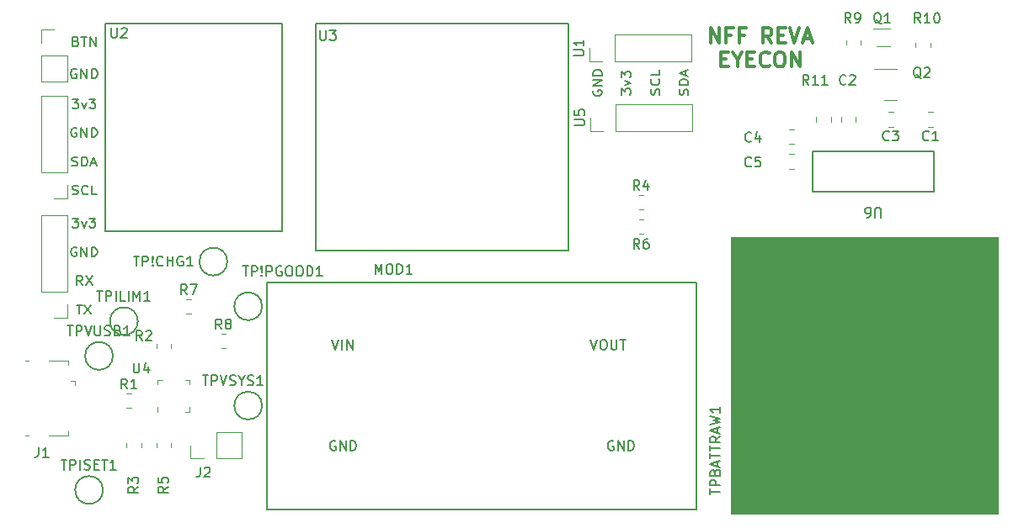
<source format=gbr>
%TF.GenerationSoftware,KiCad,Pcbnew,(6.0.4)*%
%TF.CreationDate,2022-11-18T09:58:05-05:00*%
%TF.ProjectId,NFFPCB,4e464650-4342-42e6-9b69-6361645f7063,rev?*%
%TF.SameCoordinates,Original*%
%TF.FileFunction,Legend,Top*%
%TF.FilePolarity,Positive*%
%FSLAX46Y46*%
G04 Gerber Fmt 4.6, Leading zero omitted, Abs format (unit mm)*
G04 Created by KiCad (PCBNEW (6.0.4)) date 2022-11-18 09:58:05*
%MOMM*%
%LPD*%
G01*
G04 APERTURE LIST*
%ADD10C,0.150000*%
%ADD11C,0.300000*%
%ADD12C,0.120000*%
G04 APERTURE END LIST*
D10*
X110203000Y-47261904D02*
X110160142Y-47357142D01*
X110160142Y-47500000D01*
X110203000Y-47642857D01*
X110288714Y-47738095D01*
X110374428Y-47785714D01*
X110545857Y-47833333D01*
X110674428Y-47833333D01*
X110845857Y-47785714D01*
X110931571Y-47738095D01*
X111017285Y-47642857D01*
X111060142Y-47500000D01*
X111060142Y-47404761D01*
X111017285Y-47261904D01*
X110974428Y-47214285D01*
X110674428Y-47214285D01*
X110674428Y-47404761D01*
X111060142Y-46785714D02*
X110160142Y-46785714D01*
X111060142Y-46214285D01*
X110160142Y-46214285D01*
X111060142Y-45738095D02*
X110160142Y-45738095D01*
X110160142Y-45500000D01*
X110203000Y-45357142D01*
X110288714Y-45261904D01*
X110374428Y-45214285D01*
X110545857Y-45166666D01*
X110674428Y-45166666D01*
X110845857Y-45214285D01*
X110931571Y-45261904D01*
X111017285Y-45357142D01*
X111060142Y-45500000D01*
X111060142Y-45738095D01*
X113058142Y-47690476D02*
X113058142Y-47071428D01*
X113401000Y-47404761D01*
X113401000Y-47261904D01*
X113443857Y-47166666D01*
X113486714Y-47119047D01*
X113572428Y-47071428D01*
X113786714Y-47071428D01*
X113872428Y-47119047D01*
X113915285Y-47166666D01*
X113958142Y-47261904D01*
X113958142Y-47547619D01*
X113915285Y-47642857D01*
X113872428Y-47690476D01*
X113358142Y-46738095D02*
X113958142Y-46500000D01*
X113358142Y-46261904D01*
X113058142Y-45976190D02*
X113058142Y-45357142D01*
X113401000Y-45690476D01*
X113401000Y-45547619D01*
X113443857Y-45452380D01*
X113486714Y-45404761D01*
X113572428Y-45357142D01*
X113786714Y-45357142D01*
X113872428Y-45404761D01*
X113915285Y-45452380D01*
X113958142Y-45547619D01*
X113958142Y-45833333D01*
X113915285Y-45928571D01*
X113872428Y-45976190D01*
X116813285Y-47690476D02*
X116856142Y-47547619D01*
X116856142Y-47309523D01*
X116813285Y-47214285D01*
X116770428Y-47166666D01*
X116684714Y-47119047D01*
X116599000Y-47119047D01*
X116513285Y-47166666D01*
X116470428Y-47214285D01*
X116427571Y-47309523D01*
X116384714Y-47500000D01*
X116341857Y-47595238D01*
X116299000Y-47642857D01*
X116213285Y-47690476D01*
X116127571Y-47690476D01*
X116041857Y-47642857D01*
X115999000Y-47595238D01*
X115956142Y-47500000D01*
X115956142Y-47261904D01*
X115999000Y-47119047D01*
X116770428Y-46119047D02*
X116813285Y-46166666D01*
X116856142Y-46309523D01*
X116856142Y-46404761D01*
X116813285Y-46547619D01*
X116727571Y-46642857D01*
X116641857Y-46690476D01*
X116470428Y-46738095D01*
X116341857Y-46738095D01*
X116170428Y-46690476D01*
X116084714Y-46642857D01*
X115999000Y-46547619D01*
X115956142Y-46404761D01*
X115956142Y-46309523D01*
X115999000Y-46166666D01*
X116041857Y-46119047D01*
X116856142Y-45214285D02*
X116856142Y-45690476D01*
X115956142Y-45690476D01*
X119711285Y-47714285D02*
X119754142Y-47571428D01*
X119754142Y-47333333D01*
X119711285Y-47238095D01*
X119668428Y-47190476D01*
X119582714Y-47142857D01*
X119497000Y-47142857D01*
X119411285Y-47190476D01*
X119368428Y-47238095D01*
X119325571Y-47333333D01*
X119282714Y-47523809D01*
X119239857Y-47619047D01*
X119197000Y-47666666D01*
X119111285Y-47714285D01*
X119025571Y-47714285D01*
X118939857Y-47666666D01*
X118897000Y-47619047D01*
X118854142Y-47523809D01*
X118854142Y-47285714D01*
X118897000Y-47142857D01*
X119754142Y-46714285D02*
X118854142Y-46714285D01*
X118854142Y-46476190D01*
X118897000Y-46333333D01*
X118982714Y-46238095D01*
X119068428Y-46190476D01*
X119239857Y-46142857D01*
X119368428Y-46142857D01*
X119539857Y-46190476D01*
X119625571Y-46238095D01*
X119711285Y-46333333D01*
X119754142Y-46476190D01*
X119754142Y-46714285D01*
X119497000Y-45761904D02*
X119497000Y-45285714D01*
X119754142Y-45857142D02*
X118854142Y-45523809D01*
X119754142Y-45190476D01*
X57809523Y-48160142D02*
X58428571Y-48160142D01*
X58095238Y-48503000D01*
X58238095Y-48503000D01*
X58333333Y-48545857D01*
X58380952Y-48588714D01*
X58428571Y-48674428D01*
X58428571Y-48888714D01*
X58380952Y-48974428D01*
X58333333Y-49017285D01*
X58238095Y-49060142D01*
X57952380Y-49060142D01*
X57857142Y-49017285D01*
X57809523Y-48974428D01*
X58761904Y-48460142D02*
X59000000Y-49060142D01*
X59238095Y-48460142D01*
X59523809Y-48160142D02*
X60142857Y-48160142D01*
X59809523Y-48503000D01*
X59952380Y-48503000D01*
X60047619Y-48545857D01*
X60095238Y-48588714D01*
X60142857Y-48674428D01*
X60142857Y-48888714D01*
X60095238Y-48974428D01*
X60047619Y-49017285D01*
X59952380Y-49060142D01*
X59666666Y-49060142D01*
X59571428Y-49017285D01*
X59523809Y-48974428D01*
X58238095Y-51101000D02*
X58142857Y-51058142D01*
X58000000Y-51058142D01*
X57857142Y-51101000D01*
X57761904Y-51186714D01*
X57714285Y-51272428D01*
X57666666Y-51443857D01*
X57666666Y-51572428D01*
X57714285Y-51743857D01*
X57761904Y-51829571D01*
X57857142Y-51915285D01*
X58000000Y-51958142D01*
X58095238Y-51958142D01*
X58238095Y-51915285D01*
X58285714Y-51872428D01*
X58285714Y-51572428D01*
X58095238Y-51572428D01*
X58714285Y-51958142D02*
X58714285Y-51058142D01*
X59285714Y-51958142D01*
X59285714Y-51058142D01*
X59761904Y-51958142D02*
X59761904Y-51058142D01*
X60000000Y-51058142D01*
X60142857Y-51101000D01*
X60238095Y-51186714D01*
X60285714Y-51272428D01*
X60333333Y-51443857D01*
X60333333Y-51572428D01*
X60285714Y-51743857D01*
X60238095Y-51829571D01*
X60142857Y-51915285D01*
X60000000Y-51958142D01*
X59761904Y-51958142D01*
X57785714Y-54813285D02*
X57928571Y-54856142D01*
X58166666Y-54856142D01*
X58261904Y-54813285D01*
X58309523Y-54770428D01*
X58357142Y-54684714D01*
X58357142Y-54599000D01*
X58309523Y-54513285D01*
X58261904Y-54470428D01*
X58166666Y-54427571D01*
X57976190Y-54384714D01*
X57880952Y-54341857D01*
X57833333Y-54299000D01*
X57785714Y-54213285D01*
X57785714Y-54127571D01*
X57833333Y-54041857D01*
X57880952Y-53999000D01*
X57976190Y-53956142D01*
X58214285Y-53956142D01*
X58357142Y-53999000D01*
X58785714Y-54856142D02*
X58785714Y-53956142D01*
X59023809Y-53956142D01*
X59166666Y-53999000D01*
X59261904Y-54084714D01*
X59309523Y-54170428D01*
X59357142Y-54341857D01*
X59357142Y-54470428D01*
X59309523Y-54641857D01*
X59261904Y-54727571D01*
X59166666Y-54813285D01*
X59023809Y-54856142D01*
X58785714Y-54856142D01*
X59738095Y-54599000D02*
X60214285Y-54599000D01*
X59642857Y-54856142D02*
X59976190Y-53956142D01*
X60309523Y-54856142D01*
X57809523Y-57711285D02*
X57952380Y-57754142D01*
X58190476Y-57754142D01*
X58285714Y-57711285D01*
X58333333Y-57668428D01*
X58380952Y-57582714D01*
X58380952Y-57497000D01*
X58333333Y-57411285D01*
X58285714Y-57368428D01*
X58190476Y-57325571D01*
X58000000Y-57282714D01*
X57904761Y-57239857D01*
X57857142Y-57197000D01*
X57809523Y-57111285D01*
X57809523Y-57025571D01*
X57857142Y-56939857D01*
X57904761Y-56897000D01*
X58000000Y-56854142D01*
X58238095Y-56854142D01*
X58380952Y-56897000D01*
X59380952Y-57668428D02*
X59333333Y-57711285D01*
X59190476Y-57754142D01*
X59095238Y-57754142D01*
X58952380Y-57711285D01*
X58857142Y-57625571D01*
X58809523Y-57539857D01*
X58761904Y-57368428D01*
X58761904Y-57239857D01*
X58809523Y-57068428D01*
X58857142Y-56982714D01*
X58952380Y-56897000D01*
X59095238Y-56854142D01*
X59190476Y-56854142D01*
X59333333Y-56897000D01*
X59380952Y-56939857D01*
X60285714Y-57754142D02*
X59809523Y-57754142D01*
X59809523Y-56854142D01*
X58166666Y-42318571D02*
X58309523Y-42366190D01*
X58357142Y-42413809D01*
X58404761Y-42509047D01*
X58404761Y-42651904D01*
X58357142Y-42747142D01*
X58309523Y-42794761D01*
X58214285Y-42842380D01*
X57833333Y-42842380D01*
X57833333Y-41842380D01*
X58166666Y-41842380D01*
X58261904Y-41890000D01*
X58309523Y-41937619D01*
X58357142Y-42032857D01*
X58357142Y-42128095D01*
X58309523Y-42223333D01*
X58261904Y-42270952D01*
X58166666Y-42318571D01*
X57833333Y-42318571D01*
X58690476Y-41842380D02*
X59261904Y-41842380D01*
X58976190Y-42842380D02*
X58976190Y-41842380D01*
X59595238Y-42842380D02*
X59595238Y-41842380D01*
X60166666Y-42842380D01*
X60166666Y-41842380D01*
X58238095Y-45110000D02*
X58142857Y-45062380D01*
X58000000Y-45062380D01*
X57857142Y-45110000D01*
X57761904Y-45205238D01*
X57714285Y-45300476D01*
X57666666Y-45490952D01*
X57666666Y-45633809D01*
X57714285Y-45824285D01*
X57761904Y-45919523D01*
X57857142Y-46014761D01*
X58000000Y-46062380D01*
X58095238Y-46062380D01*
X58238095Y-46014761D01*
X58285714Y-45967142D01*
X58285714Y-45633809D01*
X58095238Y-45633809D01*
X58714285Y-46062380D02*
X58714285Y-45062380D01*
X59285714Y-46062380D01*
X59285714Y-45062380D01*
X59761904Y-46062380D02*
X59761904Y-45062380D01*
X60000000Y-45062380D01*
X60142857Y-45110000D01*
X60238095Y-45205238D01*
X60285714Y-45300476D01*
X60333333Y-45490952D01*
X60333333Y-45633809D01*
X60285714Y-45824285D01*
X60238095Y-45919523D01*
X60142857Y-46014761D01*
X60000000Y-46062380D01*
X59761904Y-46062380D01*
X57809523Y-60160142D02*
X58428571Y-60160142D01*
X58095238Y-60503000D01*
X58238095Y-60503000D01*
X58333333Y-60545857D01*
X58380952Y-60588714D01*
X58428571Y-60674428D01*
X58428571Y-60888714D01*
X58380952Y-60974428D01*
X58333333Y-61017285D01*
X58238095Y-61060142D01*
X57952380Y-61060142D01*
X57857142Y-61017285D01*
X57809523Y-60974428D01*
X58761904Y-60460142D02*
X59000000Y-61060142D01*
X59238095Y-60460142D01*
X59523809Y-60160142D02*
X60142857Y-60160142D01*
X59809523Y-60503000D01*
X59952380Y-60503000D01*
X60047619Y-60545857D01*
X60095238Y-60588714D01*
X60142857Y-60674428D01*
X60142857Y-60888714D01*
X60095238Y-60974428D01*
X60047619Y-61017285D01*
X59952380Y-61060142D01*
X59666666Y-61060142D01*
X59571428Y-61017285D01*
X59523809Y-60974428D01*
X58238095Y-63101000D02*
X58142857Y-63058142D01*
X58000000Y-63058142D01*
X57857142Y-63101000D01*
X57761904Y-63186714D01*
X57714285Y-63272428D01*
X57666666Y-63443857D01*
X57666666Y-63572428D01*
X57714285Y-63743857D01*
X57761904Y-63829571D01*
X57857142Y-63915285D01*
X58000000Y-63958142D01*
X58095238Y-63958142D01*
X58238095Y-63915285D01*
X58285714Y-63872428D01*
X58285714Y-63572428D01*
X58095238Y-63572428D01*
X58714285Y-63958142D02*
X58714285Y-63058142D01*
X59285714Y-63958142D01*
X59285714Y-63058142D01*
X59761904Y-63958142D02*
X59761904Y-63058142D01*
X60000000Y-63058142D01*
X60142857Y-63101000D01*
X60238095Y-63186714D01*
X60285714Y-63272428D01*
X60333333Y-63443857D01*
X60333333Y-63572428D01*
X60285714Y-63743857D01*
X60238095Y-63829571D01*
X60142857Y-63915285D01*
X60000000Y-63958142D01*
X59761904Y-63958142D01*
X58833333Y-66856142D02*
X58500000Y-66427571D01*
X58261904Y-66856142D02*
X58261904Y-65956142D01*
X58642857Y-65956142D01*
X58738095Y-65999000D01*
X58785714Y-66041857D01*
X58833333Y-66127571D01*
X58833333Y-66256142D01*
X58785714Y-66341857D01*
X58738095Y-66384714D01*
X58642857Y-66427571D01*
X58261904Y-66427571D01*
X59166666Y-65956142D02*
X59833333Y-66856142D01*
X59833333Y-65956142D02*
X59166666Y-66856142D01*
X58238095Y-68854142D02*
X58809523Y-68854142D01*
X58523809Y-69754142D02*
X58523809Y-68854142D01*
X59047619Y-68854142D02*
X59714285Y-69754142D01*
X59714285Y-68854142D02*
X59047619Y-69754142D01*
D11*
X122000000Y-42471071D02*
X122000000Y-40971071D01*
X122857142Y-42471071D01*
X122857142Y-40971071D01*
X124071428Y-41685357D02*
X123571428Y-41685357D01*
X123571428Y-42471071D02*
X123571428Y-40971071D01*
X124285714Y-40971071D01*
X125357142Y-41685357D02*
X124857142Y-41685357D01*
X124857142Y-42471071D02*
X124857142Y-40971071D01*
X125571428Y-40971071D01*
X128142857Y-42471071D02*
X127642857Y-41756785D01*
X127285714Y-42471071D02*
X127285714Y-40971071D01*
X127857142Y-40971071D01*
X128000000Y-41042500D01*
X128071428Y-41113928D01*
X128142857Y-41256785D01*
X128142857Y-41471071D01*
X128071428Y-41613928D01*
X128000000Y-41685357D01*
X127857142Y-41756785D01*
X127285714Y-41756785D01*
X128785714Y-41685357D02*
X129285714Y-41685357D01*
X129500000Y-42471071D02*
X128785714Y-42471071D01*
X128785714Y-40971071D01*
X129500000Y-40971071D01*
X129928571Y-40971071D02*
X130428571Y-42471071D01*
X130928571Y-40971071D01*
X131357142Y-42042500D02*
X132071428Y-42042500D01*
X131214285Y-42471071D02*
X131714285Y-40971071D01*
X132214285Y-42471071D01*
X123035714Y-44100357D02*
X123535714Y-44100357D01*
X123750000Y-44886071D02*
X123035714Y-44886071D01*
X123035714Y-43386071D01*
X123750000Y-43386071D01*
X124678571Y-44171785D02*
X124678571Y-44886071D01*
X124178571Y-43386071D02*
X124678571Y-44171785D01*
X125178571Y-43386071D01*
X125678571Y-44100357D02*
X126178571Y-44100357D01*
X126392857Y-44886071D02*
X125678571Y-44886071D01*
X125678571Y-43386071D01*
X126392857Y-43386071D01*
X127892857Y-44743214D02*
X127821428Y-44814642D01*
X127607142Y-44886071D01*
X127464285Y-44886071D01*
X127250000Y-44814642D01*
X127107142Y-44671785D01*
X127035714Y-44528928D01*
X126964285Y-44243214D01*
X126964285Y-44028928D01*
X127035714Y-43743214D01*
X127107142Y-43600357D01*
X127250000Y-43457500D01*
X127464285Y-43386071D01*
X127607142Y-43386071D01*
X127821428Y-43457500D01*
X127892857Y-43528928D01*
X128821428Y-43386071D02*
X129107142Y-43386071D01*
X129250000Y-43457500D01*
X129392857Y-43600357D01*
X129464285Y-43886071D01*
X129464285Y-44386071D01*
X129392857Y-44671785D01*
X129250000Y-44814642D01*
X129107142Y-44886071D01*
X128821428Y-44886071D01*
X128678571Y-44814642D01*
X128535714Y-44671785D01*
X128464285Y-44386071D01*
X128464285Y-43886071D01*
X128535714Y-43600357D01*
X128678571Y-43457500D01*
X128821428Y-43386071D01*
X130107142Y-44886071D02*
X130107142Y-43386071D01*
X130964285Y-44886071D01*
X130964285Y-43386071D01*
D10*
%TO.C,TPVUSB1*%
X57309523Y-70952380D02*
X57880952Y-70952380D01*
X57595238Y-71952380D02*
X57595238Y-70952380D01*
X58214285Y-71952380D02*
X58214285Y-70952380D01*
X58595238Y-70952380D01*
X58690476Y-71000000D01*
X58738095Y-71047619D01*
X58785714Y-71142857D01*
X58785714Y-71285714D01*
X58738095Y-71380952D01*
X58690476Y-71428571D01*
X58595238Y-71476190D01*
X58214285Y-71476190D01*
X59071428Y-70952380D02*
X59404761Y-71952380D01*
X59738095Y-70952380D01*
X60071428Y-70952380D02*
X60071428Y-71761904D01*
X60119047Y-71857142D01*
X60166666Y-71904761D01*
X60261904Y-71952380D01*
X60452380Y-71952380D01*
X60547619Y-71904761D01*
X60595238Y-71857142D01*
X60642857Y-71761904D01*
X60642857Y-70952380D01*
X61071428Y-71904761D02*
X61214285Y-71952380D01*
X61452380Y-71952380D01*
X61547619Y-71904761D01*
X61595238Y-71857142D01*
X61642857Y-71761904D01*
X61642857Y-71666666D01*
X61595238Y-71571428D01*
X61547619Y-71523809D01*
X61452380Y-71476190D01*
X61261904Y-71428571D01*
X61166666Y-71380952D01*
X61119047Y-71333333D01*
X61071428Y-71238095D01*
X61071428Y-71142857D01*
X61119047Y-71047619D01*
X61166666Y-71000000D01*
X61261904Y-70952380D01*
X61500000Y-70952380D01*
X61642857Y-71000000D01*
X62404761Y-71428571D02*
X62547619Y-71476190D01*
X62595238Y-71523809D01*
X62642857Y-71619047D01*
X62642857Y-71761904D01*
X62595238Y-71857142D01*
X62547619Y-71904761D01*
X62452380Y-71952380D01*
X62071428Y-71952380D01*
X62071428Y-70952380D01*
X62404761Y-70952380D01*
X62500000Y-71000000D01*
X62547619Y-71047619D01*
X62595238Y-71142857D01*
X62595238Y-71238095D01*
X62547619Y-71333333D01*
X62500000Y-71380952D01*
X62404761Y-71428571D01*
X62071428Y-71428571D01*
X63595238Y-71952380D02*
X63023809Y-71952380D01*
X63309523Y-71952380D02*
X63309523Y-70952380D01*
X63214285Y-71095238D01*
X63119047Y-71190476D01*
X63023809Y-71238095D01*
%TO.C,TPVSYS1*%
X70928571Y-75952380D02*
X71500000Y-75952380D01*
X71214285Y-76952380D02*
X71214285Y-75952380D01*
X71833333Y-76952380D02*
X71833333Y-75952380D01*
X72214285Y-75952380D01*
X72309523Y-76000000D01*
X72357142Y-76047619D01*
X72404761Y-76142857D01*
X72404761Y-76285714D01*
X72357142Y-76380952D01*
X72309523Y-76428571D01*
X72214285Y-76476190D01*
X71833333Y-76476190D01*
X72690476Y-75952380D02*
X73023809Y-76952380D01*
X73357142Y-75952380D01*
X73642857Y-76904761D02*
X73785714Y-76952380D01*
X74023809Y-76952380D01*
X74119047Y-76904761D01*
X74166666Y-76857142D01*
X74214285Y-76761904D01*
X74214285Y-76666666D01*
X74166666Y-76571428D01*
X74119047Y-76523809D01*
X74023809Y-76476190D01*
X73833333Y-76428571D01*
X73738095Y-76380952D01*
X73690476Y-76333333D01*
X73642857Y-76238095D01*
X73642857Y-76142857D01*
X73690476Y-76047619D01*
X73738095Y-76000000D01*
X73833333Y-75952380D01*
X74071428Y-75952380D01*
X74214285Y-76000000D01*
X74833333Y-76476190D02*
X74833333Y-76952380D01*
X74500000Y-75952380D02*
X74833333Y-76476190D01*
X75166666Y-75952380D01*
X75452380Y-76904761D02*
X75595238Y-76952380D01*
X75833333Y-76952380D01*
X75928571Y-76904761D01*
X75976190Y-76857142D01*
X76023809Y-76761904D01*
X76023809Y-76666666D01*
X75976190Y-76571428D01*
X75928571Y-76523809D01*
X75833333Y-76476190D01*
X75642857Y-76428571D01*
X75547619Y-76380952D01*
X75500000Y-76333333D01*
X75452380Y-76238095D01*
X75452380Y-76142857D01*
X75500000Y-76047619D01*
X75547619Y-76000000D01*
X75642857Y-75952380D01*
X75880952Y-75952380D01*
X76023809Y-76000000D01*
X76976190Y-76952380D02*
X76404761Y-76952380D01*
X76690476Y-76952380D02*
X76690476Y-75952380D01*
X76595238Y-76095238D01*
X76500000Y-76190476D01*
X76404761Y-76238095D01*
%TO.C,TPISET1*%
X56690476Y-84452380D02*
X57261904Y-84452380D01*
X56976190Y-85452380D02*
X56976190Y-84452380D01*
X57595238Y-85452380D02*
X57595238Y-84452380D01*
X57976190Y-84452380D01*
X58071428Y-84500000D01*
X58119047Y-84547619D01*
X58166666Y-84642857D01*
X58166666Y-84785714D01*
X58119047Y-84880952D01*
X58071428Y-84928571D01*
X57976190Y-84976190D01*
X57595238Y-84976190D01*
X58595238Y-85452380D02*
X58595238Y-84452380D01*
X59023809Y-85404761D02*
X59166666Y-85452380D01*
X59404761Y-85452380D01*
X59500000Y-85404761D01*
X59547619Y-85357142D01*
X59595238Y-85261904D01*
X59595238Y-85166666D01*
X59547619Y-85071428D01*
X59500000Y-85023809D01*
X59404761Y-84976190D01*
X59214285Y-84928571D01*
X59119047Y-84880952D01*
X59071428Y-84833333D01*
X59023809Y-84738095D01*
X59023809Y-84642857D01*
X59071428Y-84547619D01*
X59119047Y-84500000D01*
X59214285Y-84452380D01*
X59452380Y-84452380D01*
X59595238Y-84500000D01*
X60023809Y-84928571D02*
X60357142Y-84928571D01*
X60500000Y-85452380D02*
X60023809Y-85452380D01*
X60023809Y-84452380D01*
X60500000Y-84452380D01*
X60785714Y-84452380D02*
X61357142Y-84452380D01*
X61071428Y-85452380D02*
X61071428Y-84452380D01*
X62214285Y-85452380D02*
X61642857Y-85452380D01*
X61928571Y-85452380D02*
X61928571Y-84452380D01*
X61833333Y-84595238D01*
X61738095Y-84690476D01*
X61642857Y-84738095D01*
%TO.C,TPILIM1*%
X60285714Y-67452380D02*
X60857142Y-67452380D01*
X60571428Y-68452380D02*
X60571428Y-67452380D01*
X61190476Y-68452380D02*
X61190476Y-67452380D01*
X61571428Y-67452380D01*
X61666666Y-67500000D01*
X61714285Y-67547619D01*
X61761904Y-67642857D01*
X61761904Y-67785714D01*
X61714285Y-67880952D01*
X61666666Y-67928571D01*
X61571428Y-67976190D01*
X61190476Y-67976190D01*
X62190476Y-68452380D02*
X62190476Y-67452380D01*
X63142857Y-68452380D02*
X62666666Y-68452380D01*
X62666666Y-67452380D01*
X63476190Y-68452380D02*
X63476190Y-67452380D01*
X63952380Y-68452380D02*
X63952380Y-67452380D01*
X64285714Y-68166666D01*
X64619047Y-67452380D01*
X64619047Y-68452380D01*
X65619047Y-68452380D02*
X65047619Y-68452380D01*
X65333333Y-68452380D02*
X65333333Y-67452380D01*
X65238095Y-67595238D01*
X65142857Y-67690476D01*
X65047619Y-67738095D01*
%TO.C,TPBATTRAW1*%
X121952380Y-87952380D02*
X121952380Y-87380952D01*
X122952380Y-87666666D02*
X121952380Y-87666666D01*
X122952380Y-87047619D02*
X121952380Y-87047619D01*
X121952380Y-86666666D01*
X122000000Y-86571428D01*
X122047619Y-86523809D01*
X122142857Y-86476190D01*
X122285714Y-86476190D01*
X122380952Y-86523809D01*
X122428571Y-86571428D01*
X122476190Y-86666666D01*
X122476190Y-87047619D01*
X122428571Y-85714285D02*
X122476190Y-85571428D01*
X122523809Y-85523809D01*
X122619047Y-85476190D01*
X122761904Y-85476190D01*
X122857142Y-85523809D01*
X122904761Y-85571428D01*
X122952380Y-85666666D01*
X122952380Y-86047619D01*
X121952380Y-86047619D01*
X121952380Y-85714285D01*
X122000000Y-85619047D01*
X122047619Y-85571428D01*
X122142857Y-85523809D01*
X122238095Y-85523809D01*
X122333333Y-85571428D01*
X122380952Y-85619047D01*
X122428571Y-85714285D01*
X122428571Y-86047619D01*
X122666666Y-85095238D02*
X122666666Y-84619047D01*
X122952380Y-85190476D02*
X121952380Y-84857142D01*
X122952380Y-84523809D01*
X121952380Y-84333333D02*
X121952380Y-83761904D01*
X122952380Y-84047619D02*
X121952380Y-84047619D01*
X121952380Y-83571428D02*
X121952380Y-83000000D01*
X122952380Y-83285714D02*
X121952380Y-83285714D01*
X122952380Y-82095238D02*
X122476190Y-82428571D01*
X122952380Y-82666666D02*
X121952380Y-82666666D01*
X121952380Y-82285714D01*
X122000000Y-82190476D01*
X122047619Y-82142857D01*
X122142857Y-82095238D01*
X122285714Y-82095238D01*
X122380952Y-82142857D01*
X122428571Y-82190476D01*
X122476190Y-82285714D01*
X122476190Y-82666666D01*
X122666666Y-81714285D02*
X122666666Y-81238095D01*
X122952380Y-81809523D02*
X121952380Y-81476190D01*
X122952380Y-81142857D01*
X121952380Y-80904761D02*
X122952380Y-80666666D01*
X122238095Y-80476190D01*
X122952380Y-80285714D01*
X121952380Y-80047619D01*
X122952380Y-79142857D02*
X122952380Y-79714285D01*
X122952380Y-79428571D02*
X121952380Y-79428571D01*
X122095238Y-79523809D01*
X122190476Y-79619047D01*
X122238095Y-79714285D01*
%TO.C,TP!PGOOD1*%
X74952380Y-64952380D02*
X75523809Y-64952380D01*
X75238095Y-65952380D02*
X75238095Y-64952380D01*
X75857142Y-65952380D02*
X75857142Y-64952380D01*
X76238095Y-64952380D01*
X76333333Y-65000000D01*
X76380952Y-65047619D01*
X76428571Y-65142857D01*
X76428571Y-65285714D01*
X76380952Y-65380952D01*
X76333333Y-65428571D01*
X76238095Y-65476190D01*
X75857142Y-65476190D01*
X76857142Y-65857142D02*
X76904761Y-65904761D01*
X76857142Y-65952380D01*
X76809523Y-65904761D01*
X76857142Y-65857142D01*
X76857142Y-65952380D01*
X76857142Y-65571428D02*
X76809523Y-65000000D01*
X76857142Y-64952380D01*
X76904761Y-65000000D01*
X76857142Y-65571428D01*
X76857142Y-64952380D01*
X77333333Y-65952380D02*
X77333333Y-64952380D01*
X77714285Y-64952380D01*
X77809523Y-65000000D01*
X77857142Y-65047619D01*
X77904761Y-65142857D01*
X77904761Y-65285714D01*
X77857142Y-65380952D01*
X77809523Y-65428571D01*
X77714285Y-65476190D01*
X77333333Y-65476190D01*
X78857142Y-65000000D02*
X78761904Y-64952380D01*
X78619047Y-64952380D01*
X78476190Y-65000000D01*
X78380952Y-65095238D01*
X78333333Y-65190476D01*
X78285714Y-65380952D01*
X78285714Y-65523809D01*
X78333333Y-65714285D01*
X78380952Y-65809523D01*
X78476190Y-65904761D01*
X78619047Y-65952380D01*
X78714285Y-65952380D01*
X78857142Y-65904761D01*
X78904761Y-65857142D01*
X78904761Y-65523809D01*
X78714285Y-65523809D01*
X79523809Y-64952380D02*
X79714285Y-64952380D01*
X79809523Y-65000000D01*
X79904761Y-65095238D01*
X79952380Y-65285714D01*
X79952380Y-65619047D01*
X79904761Y-65809523D01*
X79809523Y-65904761D01*
X79714285Y-65952380D01*
X79523809Y-65952380D01*
X79428571Y-65904761D01*
X79333333Y-65809523D01*
X79285714Y-65619047D01*
X79285714Y-65285714D01*
X79333333Y-65095238D01*
X79428571Y-65000000D01*
X79523809Y-64952380D01*
X80571428Y-64952380D02*
X80761904Y-64952380D01*
X80857142Y-65000000D01*
X80952380Y-65095238D01*
X81000000Y-65285714D01*
X81000000Y-65619047D01*
X80952380Y-65809523D01*
X80857142Y-65904761D01*
X80761904Y-65952380D01*
X80571428Y-65952380D01*
X80476190Y-65904761D01*
X80380952Y-65809523D01*
X80333333Y-65619047D01*
X80333333Y-65285714D01*
X80380952Y-65095238D01*
X80476190Y-65000000D01*
X80571428Y-64952380D01*
X81428571Y-65952380D02*
X81428571Y-64952380D01*
X81666666Y-64952380D01*
X81809523Y-65000000D01*
X81904761Y-65095238D01*
X81952380Y-65190476D01*
X82000000Y-65380952D01*
X82000000Y-65523809D01*
X81952380Y-65714285D01*
X81904761Y-65809523D01*
X81809523Y-65904761D01*
X81666666Y-65952380D01*
X81428571Y-65952380D01*
X82952380Y-65952380D02*
X82380952Y-65952380D01*
X82666666Y-65952380D02*
X82666666Y-64952380D01*
X82571428Y-65095238D01*
X82476190Y-65190476D01*
X82380952Y-65238095D01*
%TO.C,TP!CHG1*%
X63976190Y-63952380D02*
X64547619Y-63952380D01*
X64261904Y-64952380D02*
X64261904Y-63952380D01*
X64880952Y-64952380D02*
X64880952Y-63952380D01*
X65261904Y-63952380D01*
X65357142Y-64000000D01*
X65404761Y-64047619D01*
X65452380Y-64142857D01*
X65452380Y-64285714D01*
X65404761Y-64380952D01*
X65357142Y-64428571D01*
X65261904Y-64476190D01*
X64880952Y-64476190D01*
X65880952Y-64857142D02*
X65928571Y-64904761D01*
X65880952Y-64952380D01*
X65833333Y-64904761D01*
X65880952Y-64857142D01*
X65880952Y-64952380D01*
X65880952Y-64571428D02*
X65833333Y-64000000D01*
X65880952Y-63952380D01*
X65928571Y-64000000D01*
X65880952Y-64571428D01*
X65880952Y-63952380D01*
X66928571Y-64857142D02*
X66880952Y-64904761D01*
X66738095Y-64952380D01*
X66642857Y-64952380D01*
X66500000Y-64904761D01*
X66404761Y-64809523D01*
X66357142Y-64714285D01*
X66309523Y-64523809D01*
X66309523Y-64380952D01*
X66357142Y-64190476D01*
X66404761Y-64095238D01*
X66500000Y-64000000D01*
X66642857Y-63952380D01*
X66738095Y-63952380D01*
X66880952Y-64000000D01*
X66928571Y-64047619D01*
X67357142Y-64952380D02*
X67357142Y-63952380D01*
X67357142Y-64428571D02*
X67928571Y-64428571D01*
X67928571Y-64952380D02*
X67928571Y-63952380D01*
X68928571Y-64000000D02*
X68833333Y-63952380D01*
X68690476Y-63952380D01*
X68547619Y-64000000D01*
X68452380Y-64095238D01*
X68404761Y-64190476D01*
X68357142Y-64380952D01*
X68357142Y-64523809D01*
X68404761Y-64714285D01*
X68452380Y-64809523D01*
X68547619Y-64904761D01*
X68690476Y-64952380D01*
X68785714Y-64952380D01*
X68928571Y-64904761D01*
X68976190Y-64857142D01*
X68976190Y-64523809D01*
X68785714Y-64523809D01*
X69928571Y-64952380D02*
X69357142Y-64952380D01*
X69642857Y-64952380D02*
X69642857Y-63952380D01*
X69547619Y-64095238D01*
X69452380Y-64190476D01*
X69357142Y-64238095D01*
%TO.C,MOD1*%
X88276666Y-65752380D02*
X88276666Y-64752380D01*
X88610000Y-65466666D01*
X88943333Y-64752380D01*
X88943333Y-65752380D01*
X89610000Y-64752380D02*
X89800476Y-64752380D01*
X89895714Y-64800000D01*
X89990952Y-64895238D01*
X90038571Y-65085714D01*
X90038571Y-65419047D01*
X89990952Y-65609523D01*
X89895714Y-65704761D01*
X89800476Y-65752380D01*
X89610000Y-65752380D01*
X89514761Y-65704761D01*
X89419523Y-65609523D01*
X89371904Y-65419047D01*
X89371904Y-65085714D01*
X89419523Y-64895238D01*
X89514761Y-64800000D01*
X89610000Y-64752380D01*
X90467142Y-65752380D02*
X90467142Y-64752380D01*
X90705238Y-64752380D01*
X90848095Y-64800000D01*
X90943333Y-64895238D01*
X90990952Y-64990476D01*
X91038571Y-65180952D01*
X91038571Y-65323809D01*
X90990952Y-65514285D01*
X90943333Y-65609523D01*
X90848095Y-65704761D01*
X90705238Y-65752380D01*
X90467142Y-65752380D01*
X91990952Y-65752380D02*
X91419523Y-65752380D01*
X91705238Y-65752380D02*
X91705238Y-64752380D01*
X91610000Y-64895238D01*
X91514761Y-64990476D01*
X91419523Y-65038095D01*
X112208095Y-82580000D02*
X112112857Y-82532380D01*
X111970000Y-82532380D01*
X111827142Y-82580000D01*
X111731904Y-82675238D01*
X111684285Y-82770476D01*
X111636666Y-82960952D01*
X111636666Y-83103809D01*
X111684285Y-83294285D01*
X111731904Y-83389523D01*
X111827142Y-83484761D01*
X111970000Y-83532380D01*
X112065238Y-83532380D01*
X112208095Y-83484761D01*
X112255714Y-83437142D01*
X112255714Y-83103809D01*
X112065238Y-83103809D01*
X112684285Y-83532380D02*
X112684285Y-82532380D01*
X113255714Y-83532380D01*
X113255714Y-82532380D01*
X113731904Y-83532380D02*
X113731904Y-82532380D01*
X113970000Y-82532380D01*
X114112857Y-82580000D01*
X114208095Y-82675238D01*
X114255714Y-82770476D01*
X114303333Y-82960952D01*
X114303333Y-83103809D01*
X114255714Y-83294285D01*
X114208095Y-83389523D01*
X114112857Y-83484761D01*
X113970000Y-83532380D01*
X113731904Y-83532380D01*
X83934761Y-72372380D02*
X84268095Y-73372380D01*
X84601428Y-72372380D01*
X84934761Y-73372380D02*
X84934761Y-72372380D01*
X85410952Y-73372380D02*
X85410952Y-72372380D01*
X85982380Y-73372380D01*
X85982380Y-72372380D01*
X84268095Y-82580000D02*
X84172857Y-82532380D01*
X84030000Y-82532380D01*
X83887142Y-82580000D01*
X83791904Y-82675238D01*
X83744285Y-82770476D01*
X83696666Y-82960952D01*
X83696666Y-83103809D01*
X83744285Y-83294285D01*
X83791904Y-83389523D01*
X83887142Y-83484761D01*
X84030000Y-83532380D01*
X84125238Y-83532380D01*
X84268095Y-83484761D01*
X84315714Y-83437142D01*
X84315714Y-83103809D01*
X84125238Y-83103809D01*
X84744285Y-83532380D02*
X84744285Y-82532380D01*
X85315714Y-83532380D01*
X85315714Y-82532380D01*
X85791904Y-83532380D02*
X85791904Y-82532380D01*
X86030000Y-82532380D01*
X86172857Y-82580000D01*
X86268095Y-82675238D01*
X86315714Y-82770476D01*
X86363333Y-82960952D01*
X86363333Y-83103809D01*
X86315714Y-83294285D01*
X86268095Y-83389523D01*
X86172857Y-83484761D01*
X86030000Y-83532380D01*
X85791904Y-83532380D01*
X109938095Y-72372380D02*
X110271428Y-73372380D01*
X110604761Y-72372380D01*
X111128571Y-72372380D02*
X111319047Y-72372380D01*
X111414285Y-72420000D01*
X111509523Y-72515238D01*
X111557142Y-72705714D01*
X111557142Y-73039047D01*
X111509523Y-73229523D01*
X111414285Y-73324761D01*
X111319047Y-73372380D01*
X111128571Y-73372380D01*
X111033333Y-73324761D01*
X110938095Y-73229523D01*
X110890476Y-73039047D01*
X110890476Y-72705714D01*
X110938095Y-72515238D01*
X111033333Y-72420000D01*
X111128571Y-72372380D01*
X111985714Y-72372380D02*
X111985714Y-73181904D01*
X112033333Y-73277142D01*
X112080952Y-73324761D01*
X112176190Y-73372380D01*
X112366666Y-73372380D01*
X112461904Y-73324761D01*
X112509523Y-73277142D01*
X112557142Y-73181904D01*
X112557142Y-72372380D01*
X112890476Y-72372380D02*
X113461904Y-72372380D01*
X113176190Y-73372380D02*
X113176190Y-72372380D01*
%TO.C,U1*%
X108242380Y-43761904D02*
X109051904Y-43761904D01*
X109147142Y-43714285D01*
X109194761Y-43666666D01*
X109242380Y-43571428D01*
X109242380Y-43380952D01*
X109194761Y-43285714D01*
X109147142Y-43238095D01*
X109051904Y-43190476D01*
X108242380Y-43190476D01*
X109242380Y-42190476D02*
X109242380Y-42761904D01*
X109242380Y-42476190D02*
X108242380Y-42476190D01*
X108385238Y-42571428D01*
X108480476Y-42666666D01*
X108528095Y-42761904D01*
%TO.C,R8*%
X72833333Y-71302380D02*
X72500000Y-70826190D01*
X72261904Y-71302380D02*
X72261904Y-70302380D01*
X72642857Y-70302380D01*
X72738095Y-70350000D01*
X72785714Y-70397619D01*
X72833333Y-70492857D01*
X72833333Y-70635714D01*
X72785714Y-70730952D01*
X72738095Y-70778571D01*
X72642857Y-70826190D01*
X72261904Y-70826190D01*
X73404761Y-70730952D02*
X73309523Y-70683333D01*
X73261904Y-70635714D01*
X73214285Y-70540476D01*
X73214285Y-70492857D01*
X73261904Y-70397619D01*
X73309523Y-70350000D01*
X73404761Y-70302380D01*
X73595238Y-70302380D01*
X73690476Y-70350000D01*
X73738095Y-70397619D01*
X73785714Y-70492857D01*
X73785714Y-70540476D01*
X73738095Y-70635714D01*
X73690476Y-70683333D01*
X73595238Y-70730952D01*
X73404761Y-70730952D01*
X73309523Y-70778571D01*
X73261904Y-70826190D01*
X73214285Y-70921428D01*
X73214285Y-71111904D01*
X73261904Y-71207142D01*
X73309523Y-71254761D01*
X73404761Y-71302380D01*
X73595238Y-71302380D01*
X73690476Y-71254761D01*
X73738095Y-71207142D01*
X73785714Y-71111904D01*
X73785714Y-70921428D01*
X73738095Y-70826190D01*
X73690476Y-70778571D01*
X73595238Y-70730952D01*
%TO.C,U4*%
X63988095Y-74702380D02*
X63988095Y-75511904D01*
X64035714Y-75607142D01*
X64083333Y-75654761D01*
X64178571Y-75702380D01*
X64369047Y-75702380D01*
X64464285Y-75654761D01*
X64511904Y-75607142D01*
X64559523Y-75511904D01*
X64559523Y-74702380D01*
X65464285Y-75035714D02*
X65464285Y-75702380D01*
X65226190Y-74654761D02*
X64988095Y-75369047D01*
X65607142Y-75369047D01*
%TO.C,C1*%
X143933333Y-52228142D02*
X143885714Y-52275761D01*
X143742857Y-52323380D01*
X143647619Y-52323380D01*
X143504761Y-52275761D01*
X143409523Y-52180523D01*
X143361904Y-52085285D01*
X143314285Y-51894809D01*
X143314285Y-51751952D01*
X143361904Y-51561476D01*
X143409523Y-51466238D01*
X143504761Y-51371000D01*
X143647619Y-51323380D01*
X143742857Y-51323380D01*
X143885714Y-51371000D01*
X143933333Y-51418619D01*
X144885714Y-52323380D02*
X144314285Y-52323380D01*
X144600000Y-52323380D02*
X144600000Y-51323380D01*
X144504761Y-51466238D01*
X144409523Y-51561476D01*
X144314285Y-51609095D01*
%TO.C,C4*%
X126083333Y-52357142D02*
X126035714Y-52404761D01*
X125892857Y-52452380D01*
X125797619Y-52452380D01*
X125654761Y-52404761D01*
X125559523Y-52309523D01*
X125511904Y-52214285D01*
X125464285Y-52023809D01*
X125464285Y-51880952D01*
X125511904Y-51690476D01*
X125559523Y-51595238D01*
X125654761Y-51500000D01*
X125797619Y-51452380D01*
X125892857Y-51452380D01*
X126035714Y-51500000D01*
X126083333Y-51547619D01*
X126940476Y-51785714D02*
X126940476Y-52452380D01*
X126702380Y-51404761D02*
X126464285Y-52119047D01*
X127083333Y-52119047D01*
%TO.C,Q1*%
X139154761Y-40547619D02*
X139059523Y-40500000D01*
X138964285Y-40404761D01*
X138821428Y-40261904D01*
X138726190Y-40214285D01*
X138630952Y-40214285D01*
X138678571Y-40452380D02*
X138583333Y-40404761D01*
X138488095Y-40309523D01*
X138440476Y-40119047D01*
X138440476Y-39785714D01*
X138488095Y-39595238D01*
X138583333Y-39500000D01*
X138678571Y-39452380D01*
X138869047Y-39452380D01*
X138964285Y-39500000D01*
X139059523Y-39595238D01*
X139107142Y-39785714D01*
X139107142Y-40119047D01*
X139059523Y-40309523D01*
X138964285Y-40404761D01*
X138869047Y-40452380D01*
X138678571Y-40452380D01*
X140059523Y-40452380D02*
X139488095Y-40452380D01*
X139773809Y-40452380D02*
X139773809Y-39452380D01*
X139678571Y-39595238D01*
X139583333Y-39690476D01*
X139488095Y-39738095D01*
%TO.C,R7*%
X69333333Y-67802380D02*
X69000000Y-67326190D01*
X68761904Y-67802380D02*
X68761904Y-66802380D01*
X69142857Y-66802380D01*
X69238095Y-66850000D01*
X69285714Y-66897619D01*
X69333333Y-66992857D01*
X69333333Y-67135714D01*
X69285714Y-67230952D01*
X69238095Y-67278571D01*
X69142857Y-67326190D01*
X68761904Y-67326190D01*
X69666666Y-66802380D02*
X70333333Y-66802380D01*
X69904761Y-67802380D01*
%TO.C,J1*%
X54416666Y-83202380D02*
X54416666Y-83916666D01*
X54369047Y-84059523D01*
X54273809Y-84154761D01*
X54130952Y-84202380D01*
X54035714Y-84202380D01*
X55416666Y-84202380D02*
X54845238Y-84202380D01*
X55130952Y-84202380D02*
X55130952Y-83202380D01*
X55035714Y-83345238D01*
X54940476Y-83440476D01*
X54845238Y-83488095D01*
%TO.C,R10*%
X143107142Y-40452380D02*
X142773809Y-39976190D01*
X142535714Y-40452380D02*
X142535714Y-39452380D01*
X142916666Y-39452380D01*
X143011904Y-39500000D01*
X143059523Y-39547619D01*
X143107142Y-39642857D01*
X143107142Y-39785714D01*
X143059523Y-39880952D01*
X143011904Y-39928571D01*
X142916666Y-39976190D01*
X142535714Y-39976190D01*
X144059523Y-40452380D02*
X143488095Y-40452380D01*
X143773809Y-40452380D02*
X143773809Y-39452380D01*
X143678571Y-39595238D01*
X143583333Y-39690476D01*
X143488095Y-39738095D01*
X144678571Y-39452380D02*
X144773809Y-39452380D01*
X144869047Y-39500000D01*
X144916666Y-39547619D01*
X144964285Y-39642857D01*
X145011904Y-39833333D01*
X145011904Y-40071428D01*
X144964285Y-40261904D01*
X144916666Y-40357142D01*
X144869047Y-40404761D01*
X144773809Y-40452380D01*
X144678571Y-40452380D01*
X144583333Y-40404761D01*
X144535714Y-40357142D01*
X144488095Y-40261904D01*
X144440476Y-40071428D01*
X144440476Y-39833333D01*
X144488095Y-39642857D01*
X144535714Y-39547619D01*
X144583333Y-39500000D01*
X144678571Y-39452380D01*
%TO.C,C5*%
X126083333Y-54857142D02*
X126035714Y-54904761D01*
X125892857Y-54952380D01*
X125797619Y-54952380D01*
X125654761Y-54904761D01*
X125559523Y-54809523D01*
X125511904Y-54714285D01*
X125464285Y-54523809D01*
X125464285Y-54380952D01*
X125511904Y-54190476D01*
X125559523Y-54095238D01*
X125654761Y-54000000D01*
X125797619Y-53952380D01*
X125892857Y-53952380D01*
X126035714Y-54000000D01*
X126083333Y-54047619D01*
X126988095Y-53952380D02*
X126511904Y-53952380D01*
X126464285Y-54428571D01*
X126511904Y-54380952D01*
X126607142Y-54333333D01*
X126845238Y-54333333D01*
X126940476Y-54380952D01*
X126988095Y-54428571D01*
X127035714Y-54523809D01*
X127035714Y-54761904D01*
X126988095Y-54857142D01*
X126940476Y-54904761D01*
X126845238Y-54952380D01*
X126607142Y-54952380D01*
X126511904Y-54904761D01*
X126464285Y-54857142D01*
%TO.C,R1*%
X63333333Y-77302380D02*
X63000000Y-76826190D01*
X62761904Y-77302380D02*
X62761904Y-76302380D01*
X63142857Y-76302380D01*
X63238095Y-76350000D01*
X63285714Y-76397619D01*
X63333333Y-76492857D01*
X63333333Y-76635714D01*
X63285714Y-76730952D01*
X63238095Y-76778571D01*
X63142857Y-76826190D01*
X62761904Y-76826190D01*
X64285714Y-77302380D02*
X63714285Y-77302380D01*
X64000000Y-77302380D02*
X64000000Y-76302380D01*
X63904761Y-76445238D01*
X63809523Y-76540476D01*
X63714285Y-76588095D01*
%TO.C,R3*%
X64452380Y-87166666D02*
X63976190Y-87500000D01*
X64452380Y-87738095D02*
X63452380Y-87738095D01*
X63452380Y-87357142D01*
X63500000Y-87261904D01*
X63547619Y-87214285D01*
X63642857Y-87166666D01*
X63785714Y-87166666D01*
X63880952Y-87214285D01*
X63928571Y-87261904D01*
X63976190Y-87357142D01*
X63976190Y-87738095D01*
X63452380Y-86833333D02*
X63452380Y-86214285D01*
X63833333Y-86547619D01*
X63833333Y-86404761D01*
X63880952Y-86309523D01*
X63928571Y-86261904D01*
X64023809Y-86214285D01*
X64261904Y-86214285D01*
X64357142Y-86261904D01*
X64404761Y-86309523D01*
X64452380Y-86404761D01*
X64452380Y-86690476D01*
X64404761Y-86785714D01*
X64357142Y-86833333D01*
%TO.C,C2*%
X135583333Y-46607142D02*
X135535714Y-46654761D01*
X135392857Y-46702380D01*
X135297619Y-46702380D01*
X135154761Y-46654761D01*
X135059523Y-46559523D01*
X135011904Y-46464285D01*
X134964285Y-46273809D01*
X134964285Y-46130952D01*
X135011904Y-45940476D01*
X135059523Y-45845238D01*
X135154761Y-45750000D01*
X135297619Y-45702380D01*
X135392857Y-45702380D01*
X135535714Y-45750000D01*
X135583333Y-45797619D01*
X135964285Y-45797619D02*
X136011904Y-45750000D01*
X136107142Y-45702380D01*
X136345238Y-45702380D01*
X136440476Y-45750000D01*
X136488095Y-45797619D01*
X136535714Y-45892857D01*
X136535714Y-45988095D01*
X136488095Y-46130952D01*
X135916666Y-46702380D01*
X136535714Y-46702380D01*
%TO.C,U2*%
X61738095Y-40952380D02*
X61738095Y-41761904D01*
X61785714Y-41857142D01*
X61833333Y-41904761D01*
X61928571Y-41952380D01*
X62119047Y-41952380D01*
X62214285Y-41904761D01*
X62261904Y-41857142D01*
X62309523Y-41761904D01*
X62309523Y-40952380D01*
X62738095Y-41047619D02*
X62785714Y-41000000D01*
X62880952Y-40952380D01*
X63119047Y-40952380D01*
X63214285Y-41000000D01*
X63261904Y-41047619D01*
X63309523Y-41142857D01*
X63309523Y-41238095D01*
X63261904Y-41380952D01*
X62690476Y-41952380D01*
X63309523Y-41952380D01*
%TO.C,J2*%
X70666666Y-85202380D02*
X70666666Y-85916666D01*
X70619047Y-86059523D01*
X70523809Y-86154761D01*
X70380952Y-86202380D01*
X70285714Y-86202380D01*
X71095238Y-85297619D02*
X71142857Y-85250000D01*
X71238095Y-85202380D01*
X71476190Y-85202380D01*
X71571428Y-85250000D01*
X71619047Y-85297619D01*
X71666666Y-85392857D01*
X71666666Y-85488095D01*
X71619047Y-85630952D01*
X71047619Y-86202380D01*
X71666666Y-86202380D01*
%TO.C,R11*%
X131857142Y-46702380D02*
X131523809Y-46226190D01*
X131285714Y-46702380D02*
X131285714Y-45702380D01*
X131666666Y-45702380D01*
X131761904Y-45750000D01*
X131809523Y-45797619D01*
X131857142Y-45892857D01*
X131857142Y-46035714D01*
X131809523Y-46130952D01*
X131761904Y-46178571D01*
X131666666Y-46226190D01*
X131285714Y-46226190D01*
X132809523Y-46702380D02*
X132238095Y-46702380D01*
X132523809Y-46702380D02*
X132523809Y-45702380D01*
X132428571Y-45845238D01*
X132333333Y-45940476D01*
X132238095Y-45988095D01*
X133761904Y-46702380D02*
X133190476Y-46702380D01*
X133476190Y-46702380D02*
X133476190Y-45702380D01*
X133380952Y-45845238D01*
X133285714Y-45940476D01*
X133190476Y-45988095D01*
%TO.C,U6*%
X139111904Y-60052619D02*
X139111904Y-59243095D01*
X139064285Y-59147857D01*
X139016666Y-59100238D01*
X138921428Y-59052619D01*
X138730952Y-59052619D01*
X138635714Y-59100238D01*
X138588095Y-59147857D01*
X138540476Y-59243095D01*
X138540476Y-60052619D01*
X137635714Y-60052619D02*
X137826190Y-60052619D01*
X137921428Y-60005000D01*
X137969047Y-59957380D01*
X138064285Y-59814523D01*
X138111904Y-59624047D01*
X138111904Y-59243095D01*
X138064285Y-59147857D01*
X138016666Y-59100238D01*
X137921428Y-59052619D01*
X137730952Y-59052619D01*
X137635714Y-59100238D01*
X137588095Y-59147857D01*
X137540476Y-59243095D01*
X137540476Y-59481190D01*
X137588095Y-59576428D01*
X137635714Y-59624047D01*
X137730952Y-59671666D01*
X137921428Y-59671666D01*
X138016666Y-59624047D01*
X138064285Y-59576428D01*
X138111904Y-59481190D01*
%TO.C,R5*%
X67452380Y-87166666D02*
X66976190Y-87500000D01*
X67452380Y-87738095D02*
X66452380Y-87738095D01*
X66452380Y-87357142D01*
X66500000Y-87261904D01*
X66547619Y-87214285D01*
X66642857Y-87166666D01*
X66785714Y-87166666D01*
X66880952Y-87214285D01*
X66928571Y-87261904D01*
X66976190Y-87357142D01*
X66976190Y-87738095D01*
X66452380Y-86261904D02*
X66452380Y-86738095D01*
X66928571Y-86785714D01*
X66880952Y-86738095D01*
X66833333Y-86642857D01*
X66833333Y-86404761D01*
X66880952Y-86309523D01*
X66928571Y-86261904D01*
X67023809Y-86214285D01*
X67261904Y-86214285D01*
X67357142Y-86261904D01*
X67404761Y-86309523D01*
X67452380Y-86404761D01*
X67452380Y-86642857D01*
X67404761Y-86738095D01*
X67357142Y-86785714D01*
%TO.C,R4*%
X114833333Y-57302380D02*
X114500000Y-56826190D01*
X114261904Y-57302380D02*
X114261904Y-56302380D01*
X114642857Y-56302380D01*
X114738095Y-56350000D01*
X114785714Y-56397619D01*
X114833333Y-56492857D01*
X114833333Y-56635714D01*
X114785714Y-56730952D01*
X114738095Y-56778571D01*
X114642857Y-56826190D01*
X114261904Y-56826190D01*
X115690476Y-56635714D02*
X115690476Y-57302380D01*
X115452380Y-56254761D02*
X115214285Y-56969047D01*
X115833333Y-56969047D01*
%TO.C,R9*%
X136083333Y-40452380D02*
X135750000Y-39976190D01*
X135511904Y-40452380D02*
X135511904Y-39452380D01*
X135892857Y-39452380D01*
X135988095Y-39500000D01*
X136035714Y-39547619D01*
X136083333Y-39642857D01*
X136083333Y-39785714D01*
X136035714Y-39880952D01*
X135988095Y-39928571D01*
X135892857Y-39976190D01*
X135511904Y-39976190D01*
X136559523Y-40452380D02*
X136750000Y-40452380D01*
X136845238Y-40404761D01*
X136892857Y-40357142D01*
X136988095Y-40214285D01*
X137035714Y-40023809D01*
X137035714Y-39642857D01*
X136988095Y-39547619D01*
X136940476Y-39500000D01*
X136845238Y-39452380D01*
X136654761Y-39452380D01*
X136559523Y-39500000D01*
X136511904Y-39547619D01*
X136464285Y-39642857D01*
X136464285Y-39880952D01*
X136511904Y-39976190D01*
X136559523Y-40023809D01*
X136654761Y-40071428D01*
X136845238Y-40071428D01*
X136940476Y-40023809D01*
X136988095Y-39976190D01*
X137035714Y-39880952D01*
%TO.C,C3*%
X139933333Y-52228142D02*
X139885714Y-52275761D01*
X139742857Y-52323380D01*
X139647619Y-52323380D01*
X139504761Y-52275761D01*
X139409523Y-52180523D01*
X139361904Y-52085285D01*
X139314285Y-51894809D01*
X139314285Y-51751952D01*
X139361904Y-51561476D01*
X139409523Y-51466238D01*
X139504761Y-51371000D01*
X139647619Y-51323380D01*
X139742857Y-51323380D01*
X139885714Y-51371000D01*
X139933333Y-51418619D01*
X140266666Y-51323380D02*
X140885714Y-51323380D01*
X140552380Y-51704333D01*
X140695238Y-51704333D01*
X140790476Y-51751952D01*
X140838095Y-51799571D01*
X140885714Y-51894809D01*
X140885714Y-52132904D01*
X140838095Y-52228142D01*
X140790476Y-52275761D01*
X140695238Y-52323380D01*
X140409523Y-52323380D01*
X140314285Y-52275761D01*
X140266666Y-52228142D01*
%TO.C,R6*%
X114833333Y-63202380D02*
X114500000Y-62726190D01*
X114261904Y-63202380D02*
X114261904Y-62202380D01*
X114642857Y-62202380D01*
X114738095Y-62250000D01*
X114785714Y-62297619D01*
X114833333Y-62392857D01*
X114833333Y-62535714D01*
X114785714Y-62630952D01*
X114738095Y-62678571D01*
X114642857Y-62726190D01*
X114261904Y-62726190D01*
X115690476Y-62202380D02*
X115500000Y-62202380D01*
X115404761Y-62250000D01*
X115357142Y-62297619D01*
X115261904Y-62440476D01*
X115214285Y-62630952D01*
X115214285Y-63011904D01*
X115261904Y-63107142D01*
X115309523Y-63154761D01*
X115404761Y-63202380D01*
X115595238Y-63202380D01*
X115690476Y-63154761D01*
X115738095Y-63107142D01*
X115785714Y-63011904D01*
X115785714Y-62773809D01*
X115738095Y-62678571D01*
X115690476Y-62630952D01*
X115595238Y-62583333D01*
X115404761Y-62583333D01*
X115309523Y-62630952D01*
X115261904Y-62678571D01*
X115214285Y-62773809D01*
%TO.C,Q2*%
X143154761Y-46047619D02*
X143059523Y-46000000D01*
X142964285Y-45904761D01*
X142821428Y-45761904D01*
X142726190Y-45714285D01*
X142630952Y-45714285D01*
X142678571Y-45952380D02*
X142583333Y-45904761D01*
X142488095Y-45809523D01*
X142440476Y-45619047D01*
X142440476Y-45285714D01*
X142488095Y-45095238D01*
X142583333Y-45000000D01*
X142678571Y-44952380D01*
X142869047Y-44952380D01*
X142964285Y-45000000D01*
X143059523Y-45095238D01*
X143107142Y-45285714D01*
X143107142Y-45619047D01*
X143059523Y-45809523D01*
X142964285Y-45904761D01*
X142869047Y-45952380D01*
X142678571Y-45952380D01*
X143488095Y-45047619D02*
X143535714Y-45000000D01*
X143630952Y-44952380D01*
X143869047Y-44952380D01*
X143964285Y-45000000D01*
X144011904Y-45047619D01*
X144059523Y-45142857D01*
X144059523Y-45238095D01*
X144011904Y-45380952D01*
X143440476Y-45952380D01*
X144059523Y-45952380D01*
%TO.C,U3*%
X82738095Y-41202380D02*
X82738095Y-42011904D01*
X82785714Y-42107142D01*
X82833333Y-42154761D01*
X82928571Y-42202380D01*
X83119047Y-42202380D01*
X83214285Y-42154761D01*
X83261904Y-42107142D01*
X83309523Y-42011904D01*
X83309523Y-41202380D01*
X83690476Y-41202380D02*
X84309523Y-41202380D01*
X83976190Y-41583333D01*
X84119047Y-41583333D01*
X84214285Y-41630952D01*
X84261904Y-41678571D01*
X84309523Y-41773809D01*
X84309523Y-42011904D01*
X84261904Y-42107142D01*
X84214285Y-42154761D01*
X84119047Y-42202380D01*
X83833333Y-42202380D01*
X83738095Y-42154761D01*
X83690476Y-42107142D01*
%TO.C,R2*%
X64833333Y-72452380D02*
X64500000Y-71976190D01*
X64261904Y-72452380D02*
X64261904Y-71452380D01*
X64642857Y-71452380D01*
X64738095Y-71500000D01*
X64785714Y-71547619D01*
X64833333Y-71642857D01*
X64833333Y-71785714D01*
X64785714Y-71880952D01*
X64738095Y-71928571D01*
X64642857Y-71976190D01*
X64261904Y-71976190D01*
X65214285Y-71547619D02*
X65261904Y-71500000D01*
X65357142Y-71452380D01*
X65595238Y-71452380D01*
X65690476Y-71500000D01*
X65738095Y-71547619D01*
X65785714Y-71642857D01*
X65785714Y-71738095D01*
X65738095Y-71880952D01*
X65166666Y-72452380D01*
X65785714Y-72452380D01*
%TO.C,U5*%
X108322380Y-50761904D02*
X109131904Y-50761904D01*
X109227142Y-50714285D01*
X109274761Y-50666666D01*
X109322380Y-50571428D01*
X109322380Y-50380952D01*
X109274761Y-50285714D01*
X109227142Y-50238095D01*
X109131904Y-50190476D01*
X108322380Y-50190476D01*
X108322380Y-49238095D02*
X108322380Y-49714285D01*
X108798571Y-49761904D01*
X108750952Y-49714285D01*
X108703333Y-49619047D01*
X108703333Y-49380952D01*
X108750952Y-49285714D01*
X108798571Y-49238095D01*
X108893809Y-49190476D01*
X109131904Y-49190476D01*
X109227142Y-49238095D01*
X109274761Y-49285714D01*
X109322380Y-49380952D01*
X109322380Y-49619047D01*
X109274761Y-49714285D01*
X109227142Y-49761904D01*
%TO.C,TPVUSB1*%
X61900000Y-74000000D02*
G75*
G03*
X61900000Y-74000000I-1400000J0D01*
G01*
%TO.C,TPVSYS1*%
X76900000Y-79000000D02*
G75*
G03*
X76900000Y-79000000I-1400000J0D01*
G01*
%TO.C,TPISET1*%
X60900000Y-87500000D02*
G75*
G03*
X60900000Y-87500000I-1400000J0D01*
G01*
%TO.C,TPILIM1*%
X64400000Y-70500000D02*
G75*
G03*
X64400000Y-70500000I-1400000J0D01*
G01*
%TO.C,TPBATTRAW1*%
X127900000Y-84500000D02*
G75*
G03*
X127900000Y-84500000I-1400000J0D01*
G01*
%TO.C,TP!PGOOD1*%
X76900000Y-69000000D02*
G75*
G03*
X76900000Y-69000000I-1400000J0D01*
G01*
%TO.C,TP!CHG1*%
X73400000Y-64500000D02*
G75*
G03*
X73400000Y-64500000I-1400000J0D01*
G01*
%TO.C,MOD1*%
X77410000Y-89430000D02*
X77410000Y-66570000D01*
X120590000Y-66570000D02*
X120590000Y-89430000D01*
X77410000Y-89430000D02*
X120590000Y-89430000D01*
X77410000Y-66570000D02*
X120590000Y-66570000D01*
D12*
%TO.C,U1*%
X112390000Y-44330000D02*
X120070000Y-44330000D01*
X111120000Y-44330000D02*
X109790000Y-44330000D01*
X112390000Y-41670000D02*
X120070000Y-41670000D01*
X109790000Y-44330000D02*
X109790000Y-43000000D01*
X112390000Y-44330000D02*
X112390000Y-41670000D01*
X120070000Y-44330000D02*
X120070000Y-41670000D01*
%TO.C,R8*%
X72772936Y-73235000D02*
X73227064Y-73235000D01*
X72772936Y-71765000D02*
X73227064Y-71765000D01*
%TO.C,U4*%
X66390000Y-79135000D02*
X66390000Y-79610000D01*
X66390000Y-76865000D02*
X66390000Y-76390000D01*
X66390000Y-76390000D02*
X66865000Y-76390000D01*
X69610000Y-79135000D02*
X69610000Y-79610000D01*
X69610000Y-76865000D02*
X69610000Y-76390000D01*
X69610000Y-79610000D02*
X69135000Y-79610000D01*
X69610000Y-76390000D02*
X69135000Y-76390000D01*
%TO.C,C1*%
X144361252Y-50926000D02*
X143838748Y-50926000D01*
X144361252Y-49456000D02*
X143838748Y-49456000D01*
%TO.C,C4*%
X130361252Y-52660000D02*
X129838748Y-52660000D01*
X130361252Y-51190000D02*
X129838748Y-51190000D01*
%TO.C,J5*%
X57330000Y-47850000D02*
X54670000Y-47850000D01*
X57330000Y-56800000D02*
X57330000Y-58130000D01*
X57330000Y-55530000D02*
X54670000Y-55530000D01*
X54670000Y-55530000D02*
X54670000Y-47850000D01*
X57330000Y-58130000D02*
X56000000Y-58130000D01*
X57330000Y-55530000D02*
X57330000Y-47850000D01*
%TO.C,Q1*%
X140000000Y-42825000D02*
X138700000Y-42825000D01*
X138350000Y-41025000D02*
X140000000Y-41025000D01*
%TO.C,J4*%
X57330000Y-59850000D02*
X54670000Y-59850000D01*
X54670000Y-67530000D02*
X54670000Y-59850000D01*
X57330000Y-67530000D02*
X54670000Y-67530000D01*
X57330000Y-68800000D02*
X57330000Y-70130000D01*
X57330000Y-70130000D02*
X56000000Y-70130000D01*
X57330000Y-67530000D02*
X57330000Y-59850000D01*
%TO.C,J3*%
X57330000Y-43730000D02*
X57330000Y-46330000D01*
X54670000Y-41130000D02*
X56000000Y-41130000D01*
X54670000Y-43730000D02*
X54670000Y-46330000D01*
X54670000Y-43730000D02*
X57330000Y-43730000D01*
X54670000Y-46330000D02*
X57330000Y-46330000D01*
X54670000Y-42460000D02*
X54670000Y-41130000D01*
%TO.C,R7*%
X69272936Y-69735000D02*
X69727064Y-69735000D01*
X69272936Y-68265000D02*
X69727064Y-68265000D01*
%TO.C,J1*%
X55430000Y-74490000D02*
X57410000Y-74490000D01*
X58090000Y-76940000D02*
X58090000Y-76490000D01*
X53060000Y-74490000D02*
X53460000Y-74490000D01*
X57410000Y-82010000D02*
X57410000Y-81590000D01*
X53460000Y-82010000D02*
X53060000Y-82010000D01*
X57410000Y-74490000D02*
X57410000Y-74910000D01*
X57640000Y-76490000D02*
X58090000Y-76490000D01*
X55430000Y-82010000D02*
X57410000Y-82010000D01*
%TO.C,R10*%
X144085000Y-42902064D02*
X144085000Y-42447936D01*
X142615000Y-42902064D02*
X142615000Y-42447936D01*
%TO.C,C5*%
X130361252Y-53690000D02*
X129838748Y-53690000D01*
X130361252Y-55160000D02*
X129838748Y-55160000D01*
%TO.C,R1*%
X63272936Y-79235000D02*
X63727064Y-79235000D01*
X63272936Y-77765000D02*
X63727064Y-77765000D01*
%TO.C,R3*%
X63265000Y-83227064D02*
X63265000Y-82772936D01*
X64735000Y-83227064D02*
X64735000Y-82772936D01*
%TO.C,C2*%
X136585000Y-50436252D02*
X136585000Y-49913748D01*
X135115000Y-50436252D02*
X135115000Y-49913748D01*
D10*
%TO.C,U2*%
X61110000Y-40522500D02*
X78890000Y-40522500D01*
X78890000Y-40522500D02*
X78890000Y-61477500D01*
X78890000Y-61477500D02*
X61110000Y-61477500D01*
X61110000Y-61477500D02*
X61110000Y-40522500D01*
D12*
%TO.C,J2*%
X74870000Y-84330000D02*
X74870000Y-81670000D01*
X72270000Y-84330000D02*
X72270000Y-81670000D01*
X71000000Y-84330000D02*
X69670000Y-84330000D01*
X72270000Y-81670000D02*
X74870000Y-81670000D01*
X72270000Y-84330000D02*
X74870000Y-84330000D01*
X69670000Y-84330000D02*
X69670000Y-83000000D01*
%TO.C,R11*%
X132615000Y-50402064D02*
X132615000Y-49947936D01*
X134085000Y-50402064D02*
X134085000Y-49947936D01*
D10*
%TO.C,U6*%
X144446000Y-53409000D02*
X132254000Y-53409000D01*
X132254000Y-53409000D02*
X132254000Y-57473000D01*
X132254000Y-57473000D02*
X144446000Y-57473000D01*
X144446000Y-57473000D02*
X144446000Y-53409000D01*
D12*
%TO.C,R5*%
X67735000Y-83227064D02*
X67735000Y-82772936D01*
X66265000Y-83227064D02*
X66265000Y-82772936D01*
%TO.C,R4*%
X114772936Y-59235000D02*
X115227064Y-59235000D01*
X114772936Y-57765000D02*
X115227064Y-57765000D01*
%TO.C,R9*%
X135615000Y-42652064D02*
X135615000Y-42197936D01*
X137085000Y-42652064D02*
X137085000Y-42197936D01*
%TO.C,C3*%
X140361252Y-49456000D02*
X139838748Y-49456000D01*
X140361252Y-50926000D02*
X139838748Y-50926000D01*
%TO.C,R6*%
X114772936Y-60265000D02*
X115227064Y-60265000D01*
X114772936Y-61735000D02*
X115227064Y-61735000D01*
%TO.C,Q2*%
X140100000Y-48235000D02*
X140750000Y-48235000D01*
X140100000Y-45115000D02*
X140750000Y-45115000D01*
X140100000Y-45115000D02*
X138425000Y-45115000D01*
X140100000Y-48235000D02*
X139450000Y-48235000D01*
D10*
%TO.C,U3*%
X82300000Y-40570000D02*
X107700000Y-40570000D01*
X107700000Y-40570000D02*
X107700000Y-63430000D01*
X107700000Y-63430000D02*
X82300000Y-63430000D01*
X82300000Y-63430000D02*
X82300000Y-40570000D01*
D12*
%TO.C,R2*%
X66265000Y-72772936D02*
X66265000Y-73227064D01*
X67735000Y-72772936D02*
X67735000Y-73227064D01*
%TO.C,U5*%
X111200000Y-51330000D02*
X109870000Y-51330000D01*
X109870000Y-51330000D02*
X109870000Y-50000000D01*
X112470000Y-48670000D02*
X120150000Y-48670000D01*
X112470000Y-51330000D02*
X112470000Y-48670000D01*
X120150000Y-51330000D02*
X120150000Y-48670000D01*
X112470000Y-51330000D02*
X120150000Y-51330000D01*
%TD*%
G36*
X150959191Y-62018907D02*
G01*
X150995155Y-62068407D01*
X151000000Y-62099000D01*
X151000000Y-89901000D01*
X150981093Y-89959191D01*
X150931593Y-89995155D01*
X150901000Y-90000000D01*
X124099000Y-90000000D01*
X124040809Y-89981093D01*
X124004845Y-89931593D01*
X124000000Y-89901000D01*
X124000000Y-62099000D01*
X124018907Y-62040809D01*
X124068407Y-62004845D01*
X124099000Y-62000000D01*
X150901000Y-62000000D01*
X150959191Y-62018907D01*
G37*
M02*

</source>
